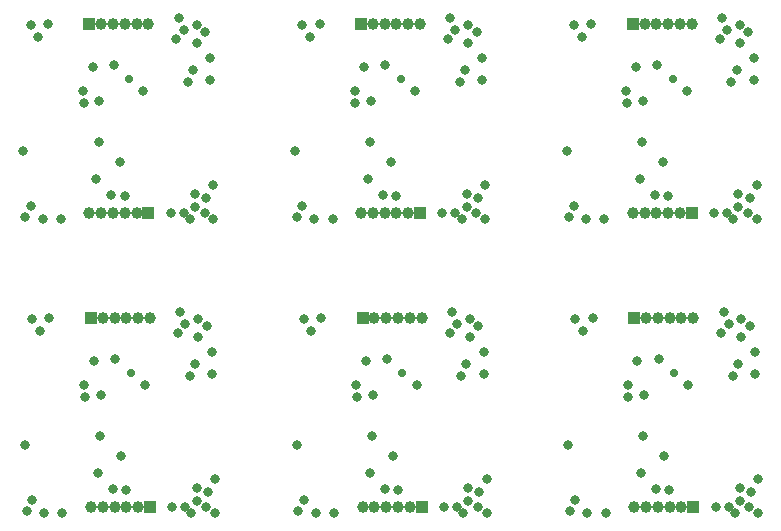
<source format=gbs>
G04*
G04 #@! TF.GenerationSoftware,Altium Limited,Altium Designer,20.0.13 (296)*
G04*
G04 Layer_Color=16711935*
%FSLAX25Y25*%
%MOIN*%
G70*
G01*
G75*
%ADD35R,0.03950X0.03950*%
%ADD36C,0.03950*%
%ADD37C,0.02769*%
%ADD38C,0.03162*%
%ADD39C,0.03241*%
G54D35*
X206693Y68898D02*
D03*
X226378Y5906D02*
D03*
X116142Y68898D02*
D03*
X135827Y5906D02*
D03*
X25591Y68898D02*
D03*
X45276Y5906D02*
D03*
X206193Y166898D02*
D03*
X225878Y103905D02*
D03*
X115642Y166898D02*
D03*
X135327Y103905D02*
D03*
X25091Y166898D02*
D03*
X44776Y103905D02*
D03*
G54D36*
X210630Y68898D02*
D03*
X214567D02*
D03*
X218504D02*
D03*
X222441D02*
D03*
X226378D02*
D03*
X222441Y5906D02*
D03*
X218504D02*
D03*
X214567D02*
D03*
X210630D02*
D03*
X206693D02*
D03*
X120079Y68898D02*
D03*
X124016D02*
D03*
X127953D02*
D03*
X131890D02*
D03*
X135827D02*
D03*
X131890Y5906D02*
D03*
X127953D02*
D03*
X124016D02*
D03*
X120079D02*
D03*
X116142D02*
D03*
X29528Y68898D02*
D03*
X33465D02*
D03*
X37402D02*
D03*
X41339D02*
D03*
X45276D02*
D03*
X41339Y5906D02*
D03*
X37402D02*
D03*
X33465D02*
D03*
X29528D02*
D03*
X25591D02*
D03*
X210130Y166898D02*
D03*
X214067D02*
D03*
X218004D02*
D03*
X221941D02*
D03*
X225878D02*
D03*
X221941Y103905D02*
D03*
X218004D02*
D03*
X214067D02*
D03*
X210130D02*
D03*
X206193D02*
D03*
X119579Y166898D02*
D03*
X123516D02*
D03*
X127453D02*
D03*
X131390D02*
D03*
X135327D02*
D03*
X131390Y103905D02*
D03*
X127453D02*
D03*
X123516D02*
D03*
X119579D02*
D03*
X115642D02*
D03*
X29028Y166898D02*
D03*
X32965D02*
D03*
X36902D02*
D03*
X40839D02*
D03*
X44776D02*
D03*
X40839Y103905D02*
D03*
X36902D02*
D03*
X32965D02*
D03*
X29028D02*
D03*
X25091D02*
D03*
G54D37*
X219981Y50394D02*
D03*
X129430D02*
D03*
X38879D02*
D03*
X219481Y148394D02*
D03*
X128930D02*
D03*
X38379D02*
D03*
G54D38*
X207777Y54432D02*
D03*
X218406Y11417D02*
D03*
X214835Y55230D02*
D03*
X216785Y22830D02*
D03*
X117226Y54432D02*
D03*
X127854Y11417D02*
D03*
X124284Y55230D02*
D03*
X126234Y22830D02*
D03*
X26674Y54432D02*
D03*
X37303Y11417D02*
D03*
X33733Y55230D02*
D03*
X35683Y22830D02*
D03*
X207277Y152432D02*
D03*
X217905Y109417D02*
D03*
X214335Y153231D02*
D03*
X216285Y120830D02*
D03*
X116726Y152432D02*
D03*
X127354Y109417D02*
D03*
X123784Y153231D02*
D03*
X125734Y120830D02*
D03*
X26174Y152432D02*
D03*
X36803Y109417D02*
D03*
X33233Y153231D02*
D03*
X35183Y120830D02*
D03*
G54D39*
X189665Y64567D02*
D03*
X210032Y43161D02*
D03*
X238170Y5906D02*
D03*
X245082D02*
D03*
X240207Y3596D02*
D03*
X197216Y3596D02*
D03*
X236482Y70866D02*
D03*
X245244Y65945D02*
D03*
X247047Y57563D02*
D03*
X235696Y63860D02*
D03*
X209745Y29491D02*
D03*
X224706Y46392D02*
D03*
X209030Y16981D02*
D03*
X214032Y11727D02*
D03*
X185340Y4580D02*
D03*
X191126Y3596D02*
D03*
X242421Y62453D02*
D03*
Y68398D02*
D03*
X192854Y68898D02*
D03*
X187126Y68398D02*
D03*
X204527Y46268D02*
D03*
X204788Y42455D02*
D03*
X184724Y26432D02*
D03*
X241313Y53356D02*
D03*
X247047Y50045D02*
D03*
X239567Y49588D02*
D03*
X245647Y10907D02*
D03*
X233823Y5906D02*
D03*
X238170Y66732D02*
D03*
X241929Y12165D02*
D03*
X248031Y15134D02*
D03*
X241929Y7609D02*
D03*
X248031Y3596D02*
D03*
X187126Y8071D02*
D03*
X99114Y64567D02*
D03*
X119481Y43161D02*
D03*
X147619Y5906D02*
D03*
X154531D02*
D03*
X149655Y3596D02*
D03*
X106665Y3596D02*
D03*
X145931Y70866D02*
D03*
X154693Y65945D02*
D03*
X156496Y57563D02*
D03*
X145145Y63860D02*
D03*
X119193Y29491D02*
D03*
X134155Y46392D02*
D03*
X118479Y16981D02*
D03*
X123480Y11727D02*
D03*
X94788Y4580D02*
D03*
X100575Y3596D02*
D03*
X151870Y62453D02*
D03*
Y68398D02*
D03*
X102303Y68898D02*
D03*
X96575Y68398D02*
D03*
X113976Y46268D02*
D03*
X114236Y42455D02*
D03*
X94173Y26432D02*
D03*
X150762Y53356D02*
D03*
X156496Y50045D02*
D03*
X149016Y49588D02*
D03*
X155096Y10907D02*
D03*
X143272Y5906D02*
D03*
X147619Y66732D02*
D03*
X151378Y12165D02*
D03*
X157480Y15134D02*
D03*
X151378Y7609D02*
D03*
X157480Y3596D02*
D03*
X96575Y8071D02*
D03*
X8563Y64567D02*
D03*
X28930Y43161D02*
D03*
X57068Y5906D02*
D03*
X63980D02*
D03*
X59104Y3596D02*
D03*
X16113Y3596D02*
D03*
X55380Y70866D02*
D03*
X64142Y65945D02*
D03*
X65945Y57563D02*
D03*
X54594Y63860D02*
D03*
X28642Y29491D02*
D03*
X43604Y46392D02*
D03*
X27927Y16981D02*
D03*
X32929Y11727D02*
D03*
X4237Y4580D02*
D03*
X10024Y3596D02*
D03*
X61319Y62453D02*
D03*
Y68398D02*
D03*
X11752Y68898D02*
D03*
X6024Y68398D02*
D03*
X23425Y46268D02*
D03*
X23685Y42455D02*
D03*
X3622Y26432D02*
D03*
X60211Y53356D02*
D03*
X65945Y50045D02*
D03*
X58465Y49588D02*
D03*
X64545Y10907D02*
D03*
X52721Y5906D02*
D03*
X57068Y66732D02*
D03*
X60827Y12165D02*
D03*
X66929Y15134D02*
D03*
X60827Y7609D02*
D03*
X66929Y3596D02*
D03*
X6024Y8071D02*
D03*
X189165Y162567D02*
D03*
X209532Y141161D02*
D03*
X237670Y103905D02*
D03*
X244582D02*
D03*
X239707Y101596D02*
D03*
X196716Y101596D02*
D03*
X235982Y168866D02*
D03*
X244744Y163945D02*
D03*
X246547Y155563D02*
D03*
X235196Y161860D02*
D03*
X209245Y127491D02*
D03*
X224206Y144392D02*
D03*
X208530Y114981D02*
D03*
X213532Y109727D02*
D03*
X184840Y102580D02*
D03*
X190626Y101596D02*
D03*
X241921Y160453D02*
D03*
Y166398D02*
D03*
X192354Y166898D02*
D03*
X186626Y166398D02*
D03*
X204028Y144268D02*
D03*
X204288Y140455D02*
D03*
X184224Y124432D02*
D03*
X240813Y151356D02*
D03*
X246547Y148045D02*
D03*
X239067Y147588D02*
D03*
X245147Y108907D02*
D03*
X233323Y103905D02*
D03*
X237670Y164732D02*
D03*
X241429Y110165D02*
D03*
X247532Y113134D02*
D03*
X241429Y105608D02*
D03*
X247532Y101596D02*
D03*
X186626Y106071D02*
D03*
X98614Y162567D02*
D03*
X118981Y141161D02*
D03*
X147119Y103905D02*
D03*
X154031D02*
D03*
X149155Y101596D02*
D03*
X106165Y101596D02*
D03*
X145431Y168866D02*
D03*
X154193Y163945D02*
D03*
X155996Y155563D02*
D03*
X144645Y161860D02*
D03*
X118693Y127491D02*
D03*
X133655Y144392D02*
D03*
X117979Y114981D02*
D03*
X122980Y109727D02*
D03*
X94288Y102580D02*
D03*
X100075Y101596D02*
D03*
X151370Y160453D02*
D03*
Y166398D02*
D03*
X101803Y166898D02*
D03*
X96075Y166398D02*
D03*
X113476Y144268D02*
D03*
X113736Y140455D02*
D03*
X93673Y124432D02*
D03*
X150262Y151356D02*
D03*
X155996Y148045D02*
D03*
X148516Y147588D02*
D03*
X154596Y108907D02*
D03*
X142772Y103905D02*
D03*
X147119Y164732D02*
D03*
X150878Y110165D02*
D03*
X156980Y113134D02*
D03*
X150878Y105608D02*
D03*
X156980Y101596D02*
D03*
X96075Y106071D02*
D03*
X8063Y162567D02*
D03*
X28430Y141161D02*
D03*
X56568Y103905D02*
D03*
X63480D02*
D03*
X58604Y101596D02*
D03*
X15613Y101596D02*
D03*
X54880Y168866D02*
D03*
X63642Y163945D02*
D03*
X65445Y155563D02*
D03*
X54094Y161860D02*
D03*
X28142Y127491D02*
D03*
X43104Y144392D02*
D03*
X27427Y114981D02*
D03*
X32429Y109727D02*
D03*
X3737Y102580D02*
D03*
X9524Y101596D02*
D03*
X60819Y160453D02*
D03*
Y166398D02*
D03*
X11252Y166898D02*
D03*
X5524Y166398D02*
D03*
X22925Y144268D02*
D03*
X23185Y140455D02*
D03*
X3122Y124432D02*
D03*
X59711Y151356D02*
D03*
X65445Y148045D02*
D03*
X57965Y147588D02*
D03*
X64045Y108907D02*
D03*
X52221Y103905D02*
D03*
X56568Y164732D02*
D03*
X60327Y110165D02*
D03*
X66429Y113134D02*
D03*
X60327Y105608D02*
D03*
X66429Y101596D02*
D03*
X5524Y106071D02*
D03*
M02*

</source>
